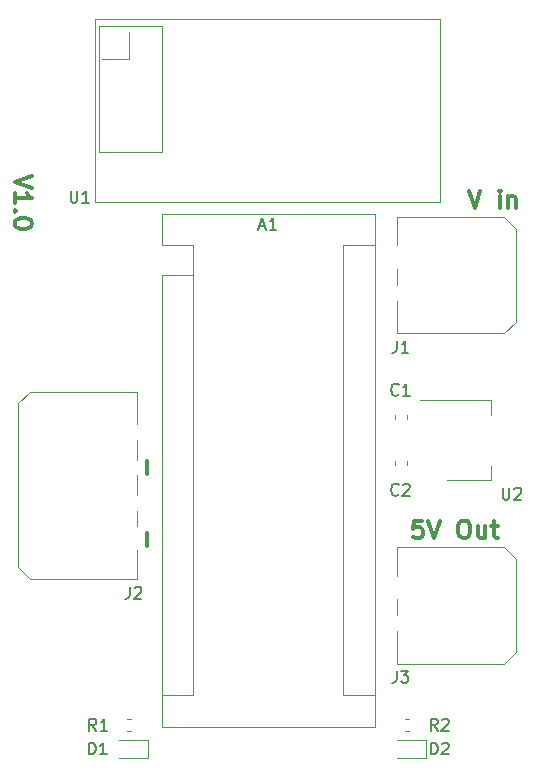
<source format=gbr>
G04 #@! TF.GenerationSoftware,KiCad,Pcbnew,(5.1.5)-3*
G04 #@! TF.CreationDate,2020-05-08T00:55:34-06:00*
G04 #@! TF.ProjectId,camera,63616d65-7261-42e6-9b69-6361645f7063,rev?*
G04 #@! TF.SameCoordinates,Original*
G04 #@! TF.FileFunction,Legend,Top*
G04 #@! TF.FilePolarity,Positive*
%FSLAX46Y46*%
G04 Gerber Fmt 4.6, Leading zero omitted, Abs format (unit mm)*
G04 Created by KiCad (PCBNEW (5.1.5)-3) date 2020-05-08 00:55:34*
%MOMM*%
%LPD*%
G04 APERTURE LIST*
%ADD10C,0.300000*%
%ADD11C,0.120000*%
%ADD12C,0.150000*%
G04 APERTURE END LIST*
D10*
X95548000Y-128972571D02*
X94833714Y-128972571D01*
X94762285Y-129686857D01*
X94833714Y-129615428D01*
X94976571Y-129544000D01*
X95333714Y-129544000D01*
X95476571Y-129615428D01*
X95548000Y-129686857D01*
X95619428Y-129829714D01*
X95619428Y-130186857D01*
X95548000Y-130329714D01*
X95476571Y-130401142D01*
X95333714Y-130472571D01*
X94976571Y-130472571D01*
X94833714Y-130401142D01*
X94762285Y-130329714D01*
X96048000Y-128972571D02*
X96548000Y-130472571D01*
X97048000Y-128972571D01*
X98976571Y-128972571D02*
X99262285Y-128972571D01*
X99405142Y-129044000D01*
X99548000Y-129186857D01*
X99619428Y-129472571D01*
X99619428Y-129972571D01*
X99548000Y-130258285D01*
X99405142Y-130401142D01*
X99262285Y-130472571D01*
X98976571Y-130472571D01*
X98833714Y-130401142D01*
X98690857Y-130258285D01*
X98619428Y-129972571D01*
X98619428Y-129472571D01*
X98690857Y-129186857D01*
X98833714Y-129044000D01*
X98976571Y-128972571D01*
X100905142Y-129472571D02*
X100905142Y-130472571D01*
X100262285Y-129472571D02*
X100262285Y-130258285D01*
X100333714Y-130401142D01*
X100476571Y-130472571D01*
X100690857Y-130472571D01*
X100833714Y-130401142D01*
X100905142Y-130329714D01*
X101405142Y-129472571D02*
X101976571Y-129472571D01*
X101619428Y-128972571D02*
X101619428Y-130258285D01*
X101690857Y-130401142D01*
X101833714Y-130472571D01*
X101976571Y-130472571D01*
X99492857Y-101032571D02*
X99992857Y-102532571D01*
X100492857Y-101032571D01*
X102135714Y-102532571D02*
X102135714Y-101532571D01*
X102135714Y-101032571D02*
X102064285Y-101104000D01*
X102135714Y-101175428D01*
X102207142Y-101104000D01*
X102135714Y-101032571D01*
X102135714Y-101175428D01*
X102850000Y-101532571D02*
X102850000Y-102532571D01*
X102850000Y-101675428D02*
X102921428Y-101604000D01*
X103064285Y-101532571D01*
X103278571Y-101532571D01*
X103421428Y-101604000D01*
X103492857Y-101746857D01*
X103492857Y-102532571D01*
X62543428Y-99822285D02*
X61043428Y-100322285D01*
X62543428Y-100822285D01*
X61043428Y-102108000D02*
X61043428Y-101250857D01*
X61043428Y-101679428D02*
X62543428Y-101679428D01*
X62329142Y-101536571D01*
X62186285Y-101393714D01*
X62114857Y-101250857D01*
X61186285Y-102750857D02*
X61114857Y-102822285D01*
X61043428Y-102750857D01*
X61114857Y-102679428D01*
X61186285Y-102750857D01*
X61043428Y-102750857D01*
X62543428Y-103750857D02*
X62543428Y-103893714D01*
X62472000Y-104036571D01*
X62400571Y-104108000D01*
X62257714Y-104179428D01*
X61972000Y-104250857D01*
X61614857Y-104250857D01*
X61329142Y-104179428D01*
X61186285Y-104108000D01*
X61114857Y-104036571D01*
X61043428Y-103893714D01*
X61043428Y-103750857D01*
X61114857Y-103608000D01*
X61186285Y-103536571D01*
X61329142Y-103465142D01*
X61614857Y-103393714D01*
X61972000Y-103393714D01*
X62257714Y-103465142D01*
X62400571Y-103536571D01*
X62472000Y-103608000D01*
X62543428Y-103750857D01*
X72243142Y-125031428D02*
X72243142Y-123888571D01*
X72243142Y-131127428D02*
X72243142Y-129984571D01*
D11*
X76160000Y-108204000D02*
X76160000Y-105664000D01*
X76160000Y-105664000D02*
X73490000Y-105664000D01*
X73490000Y-108204000D02*
X73490000Y-146434000D01*
X73490000Y-102994000D02*
X73490000Y-105664000D01*
X88860000Y-105664000D02*
X91530000Y-105664000D01*
X88860000Y-105664000D02*
X88860000Y-143764000D01*
X88860000Y-143764000D02*
X91530000Y-143764000D01*
X76160000Y-108204000D02*
X73490000Y-108204000D01*
X76160000Y-108204000D02*
X76160000Y-143764000D01*
X76160000Y-143764000D02*
X73490000Y-143764000D01*
X73490000Y-146434000D02*
X91530000Y-146434000D01*
X91530000Y-146434000D02*
X91530000Y-102994000D01*
X91530000Y-102994000D02*
X73490000Y-102994000D01*
X69926000Y-149059000D02*
X72386000Y-149059000D01*
X72386000Y-149059000D02*
X72386000Y-147589000D01*
X72386000Y-147589000D02*
X69926000Y-147589000D01*
X95894000Y-147589000D02*
X93434000Y-147589000D01*
X95894000Y-149059000D02*
X95894000Y-147589000D01*
X93434000Y-149059000D02*
X95894000Y-149059000D01*
X93398000Y-103259000D02*
X102518000Y-103259000D01*
X102518000Y-103259000D02*
X103518000Y-104259000D01*
X103518000Y-104259000D02*
X103518000Y-112129000D01*
X103518000Y-112129000D02*
X102518000Y-113129000D01*
X102518000Y-113129000D02*
X93398000Y-113129000D01*
X93398000Y-103259000D02*
X93398000Y-105684000D01*
X93398000Y-113129000D02*
X93398000Y-110345767D01*
X93398000Y-107704000D02*
X93398000Y-109042233D01*
X70599733Y-145794000D02*
X70942267Y-145794000D01*
X70599733Y-146814000D02*
X70942267Y-146814000D01*
X68230000Y-87122000D02*
X73564000Y-87122000D01*
X73564000Y-87122000D02*
X73564000Y-97790000D01*
X73564000Y-97790000D02*
X68230000Y-97790000D01*
X68230000Y-97790000D02*
X68230000Y-97790000D01*
X70770000Y-87630000D02*
X70770000Y-89916000D01*
X70770000Y-89916000D02*
X68484000Y-89916000D01*
X68484000Y-89916000D02*
X68484000Y-89916000D01*
X67900000Y-86546000D02*
X97100000Y-86546000D01*
X97100000Y-86546000D02*
X97100000Y-101996000D01*
X97100000Y-101996000D02*
X67900000Y-101996000D01*
X67900000Y-101996000D02*
X67900000Y-86546000D01*
X67900000Y-86546000D02*
X67900000Y-86546000D01*
X68230000Y-97790000D02*
X68230000Y-87122000D01*
X68230000Y-87122000D02*
X68230000Y-87122000D01*
X94236000Y-120047733D02*
X94236000Y-120390267D01*
X93216000Y-120047733D02*
X93216000Y-120390267D01*
X94236000Y-124290267D02*
X94236000Y-123947733D01*
X93216000Y-124290267D02*
X93216000Y-123947733D01*
X71448000Y-133919000D02*
X62328000Y-133919000D01*
X62328000Y-133919000D02*
X61328000Y-132919000D01*
X61328000Y-132919000D02*
X61328000Y-119049000D01*
X61328000Y-119049000D02*
X62328000Y-118049000D01*
X62328000Y-118049000D02*
X71448000Y-118049000D01*
X71448000Y-133919000D02*
X71448000Y-131494000D01*
X71448000Y-118049000D02*
X71448000Y-120832233D01*
X71448000Y-129474000D02*
X71448000Y-128135767D01*
X71448000Y-126832233D02*
X71448000Y-125135767D01*
X71448000Y-123832233D02*
X71448000Y-122135767D01*
X93398000Y-131209000D02*
X102518000Y-131209000D01*
X102518000Y-131209000D02*
X103518000Y-132209000D01*
X103518000Y-132209000D02*
X103518000Y-140079000D01*
X103518000Y-140079000D02*
X102518000Y-141079000D01*
X102518000Y-141079000D02*
X93398000Y-141079000D01*
X93398000Y-131209000D02*
X93398000Y-133634000D01*
X93398000Y-141079000D02*
X93398000Y-138295767D01*
X93398000Y-135654000D02*
X93398000Y-136992233D01*
X94062733Y-145794000D02*
X94405267Y-145794000D01*
X94062733Y-146814000D02*
X94405267Y-146814000D01*
X101418000Y-125579000D02*
X101418000Y-124319000D01*
X101418000Y-118759000D02*
X101418000Y-120019000D01*
X97658000Y-125579000D02*
X101418000Y-125579000D01*
X95408000Y-118759000D02*
X101418000Y-118759000D01*
D12*
X81795714Y-104052666D02*
X82271904Y-104052666D01*
X81700476Y-104338380D02*
X82033809Y-103338380D01*
X82367142Y-104338380D01*
X83224285Y-104338380D02*
X82652857Y-104338380D01*
X82938571Y-104338380D02*
X82938571Y-103338380D01*
X82843333Y-103481238D01*
X82748095Y-103576476D01*
X82652857Y-103624095D01*
X67333904Y-148776380D02*
X67333904Y-147776380D01*
X67572000Y-147776380D01*
X67714857Y-147824000D01*
X67810095Y-147919238D01*
X67857714Y-148014476D01*
X67905333Y-148204952D01*
X67905333Y-148347809D01*
X67857714Y-148538285D01*
X67810095Y-148633523D01*
X67714857Y-148728761D01*
X67572000Y-148776380D01*
X67333904Y-148776380D01*
X68857714Y-148776380D02*
X68286285Y-148776380D01*
X68572000Y-148776380D02*
X68572000Y-147776380D01*
X68476761Y-147919238D01*
X68381523Y-148014476D01*
X68286285Y-148062095D01*
X96289904Y-148776380D02*
X96289904Y-147776380D01*
X96528000Y-147776380D01*
X96670857Y-147824000D01*
X96766095Y-147919238D01*
X96813714Y-148014476D01*
X96861333Y-148204952D01*
X96861333Y-148347809D01*
X96813714Y-148538285D01*
X96766095Y-148633523D01*
X96670857Y-148728761D01*
X96528000Y-148776380D01*
X96289904Y-148776380D01*
X97242285Y-147871619D02*
X97289904Y-147824000D01*
X97385142Y-147776380D01*
X97623238Y-147776380D01*
X97718476Y-147824000D01*
X97766095Y-147871619D01*
X97813714Y-147966857D01*
X97813714Y-148062095D01*
X97766095Y-148204952D01*
X97194666Y-148776380D01*
X97813714Y-148776380D01*
X93392666Y-113752380D02*
X93392666Y-114466666D01*
X93345047Y-114609523D01*
X93249809Y-114704761D01*
X93106952Y-114752380D01*
X93011714Y-114752380D01*
X94392666Y-114752380D02*
X93821238Y-114752380D01*
X94106952Y-114752380D02*
X94106952Y-113752380D01*
X94011714Y-113895238D01*
X93916476Y-113990476D01*
X93821238Y-114038095D01*
X67950333Y-146756380D02*
X67617000Y-146280190D01*
X67378904Y-146756380D02*
X67378904Y-145756380D01*
X67759857Y-145756380D01*
X67855095Y-145804000D01*
X67902714Y-145851619D01*
X67950333Y-145946857D01*
X67950333Y-146089714D01*
X67902714Y-146184952D01*
X67855095Y-146232571D01*
X67759857Y-146280190D01*
X67378904Y-146280190D01*
X68902714Y-146756380D02*
X68331285Y-146756380D01*
X68617000Y-146756380D02*
X68617000Y-145756380D01*
X68521761Y-145899238D01*
X68426523Y-145994476D01*
X68331285Y-146042095D01*
X65786095Y-101052380D02*
X65786095Y-101861904D01*
X65833714Y-101957142D01*
X65881333Y-102004761D01*
X65976571Y-102052380D01*
X66167047Y-102052380D01*
X66262285Y-102004761D01*
X66309904Y-101957142D01*
X66357523Y-101861904D01*
X66357523Y-101052380D01*
X67357523Y-102052380D02*
X66786095Y-102052380D01*
X67071809Y-102052380D02*
X67071809Y-101052380D01*
X66976571Y-101195238D01*
X66881333Y-101290476D01*
X66786095Y-101338095D01*
X93559333Y-118290142D02*
X93511714Y-118337761D01*
X93368857Y-118385380D01*
X93273619Y-118385380D01*
X93130761Y-118337761D01*
X93035523Y-118242523D01*
X92987904Y-118147285D01*
X92940285Y-117956809D01*
X92940285Y-117813952D01*
X92987904Y-117623476D01*
X93035523Y-117528238D01*
X93130761Y-117433000D01*
X93273619Y-117385380D01*
X93368857Y-117385380D01*
X93511714Y-117433000D01*
X93559333Y-117480619D01*
X94511714Y-118385380D02*
X93940285Y-118385380D01*
X94226000Y-118385380D02*
X94226000Y-117385380D01*
X94130761Y-117528238D01*
X94035523Y-117623476D01*
X93940285Y-117671095D01*
X93559333Y-126762142D02*
X93511714Y-126809761D01*
X93368857Y-126857380D01*
X93273619Y-126857380D01*
X93130761Y-126809761D01*
X93035523Y-126714523D01*
X92987904Y-126619285D01*
X92940285Y-126428809D01*
X92940285Y-126285952D01*
X92987904Y-126095476D01*
X93035523Y-126000238D01*
X93130761Y-125905000D01*
X93273619Y-125857380D01*
X93368857Y-125857380D01*
X93511714Y-125905000D01*
X93559333Y-125952619D01*
X93940285Y-125952619D02*
X93987904Y-125905000D01*
X94083142Y-125857380D01*
X94321238Y-125857380D01*
X94416476Y-125905000D01*
X94464095Y-125952619D01*
X94511714Y-126047857D01*
X94511714Y-126143095D01*
X94464095Y-126285952D01*
X93892666Y-126857380D01*
X94511714Y-126857380D01*
X70786666Y-134580380D02*
X70786666Y-135294666D01*
X70739047Y-135437523D01*
X70643809Y-135532761D01*
X70500952Y-135580380D01*
X70405714Y-135580380D01*
X71215238Y-134675619D02*
X71262857Y-134628000D01*
X71358095Y-134580380D01*
X71596190Y-134580380D01*
X71691428Y-134628000D01*
X71739047Y-134675619D01*
X71786666Y-134770857D01*
X71786666Y-134866095D01*
X71739047Y-135008952D01*
X71167619Y-135580380D01*
X71786666Y-135580380D01*
X93392666Y-141692380D02*
X93392666Y-142406666D01*
X93345047Y-142549523D01*
X93249809Y-142644761D01*
X93106952Y-142692380D01*
X93011714Y-142692380D01*
X93773619Y-141692380D02*
X94392666Y-141692380D01*
X94059333Y-142073333D01*
X94202190Y-142073333D01*
X94297428Y-142120952D01*
X94345047Y-142168571D01*
X94392666Y-142263809D01*
X94392666Y-142501904D01*
X94345047Y-142597142D01*
X94297428Y-142644761D01*
X94202190Y-142692380D01*
X93916476Y-142692380D01*
X93821238Y-142644761D01*
X93773619Y-142597142D01*
X96861333Y-146756380D02*
X96528000Y-146280190D01*
X96289904Y-146756380D02*
X96289904Y-145756380D01*
X96670857Y-145756380D01*
X96766095Y-145804000D01*
X96813714Y-145851619D01*
X96861333Y-145946857D01*
X96861333Y-146089714D01*
X96813714Y-146184952D01*
X96766095Y-146232571D01*
X96670857Y-146280190D01*
X96289904Y-146280190D01*
X97242285Y-145851619D02*
X97289904Y-145804000D01*
X97385142Y-145756380D01*
X97623238Y-145756380D01*
X97718476Y-145804000D01*
X97766095Y-145851619D01*
X97813714Y-145946857D01*
X97813714Y-146042095D01*
X97766095Y-146184952D01*
X97194666Y-146756380D01*
X97813714Y-146756380D01*
X102362095Y-126198380D02*
X102362095Y-127007904D01*
X102409714Y-127103142D01*
X102457333Y-127150761D01*
X102552571Y-127198380D01*
X102743047Y-127198380D01*
X102838285Y-127150761D01*
X102885904Y-127103142D01*
X102933523Y-127007904D01*
X102933523Y-126198380D01*
X103362095Y-126293619D02*
X103409714Y-126246000D01*
X103504952Y-126198380D01*
X103743047Y-126198380D01*
X103838285Y-126246000D01*
X103885904Y-126293619D01*
X103933523Y-126388857D01*
X103933523Y-126484095D01*
X103885904Y-126626952D01*
X103314476Y-127198380D01*
X103933523Y-127198380D01*
M02*

</source>
